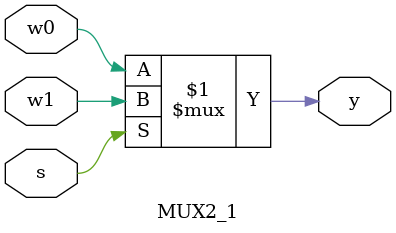
<source format=v>
module MUX2_1(w0, w1, s, y);

    input wire w0, w1, s;
    output wire y;

    assign y = s? w1:w0;
endmodule

</source>
